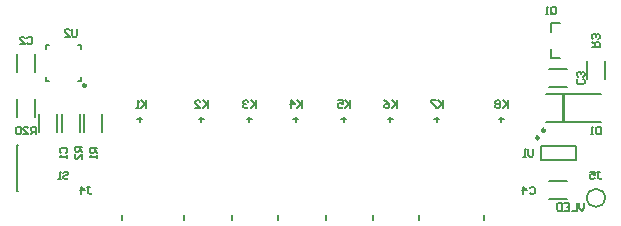
<source format=gbo>
G04*
G04 #@! TF.GenerationSoftware,Altium Limited,Altium Designer,24.2.2 (26)*
G04*
G04 Layer_Color=5220458*
%FSLAX25Y25*%
%MOIN*%
G70*
G04*
G04 #@! TF.SameCoordinates,2439F8CB-51F8-4C0C-9BB0-1E6E72BC7716*
G04*
G04*
G04 #@! TF.FilePolarity,Positive*
G04*
G01*
G75*
%ADD10C,0.00800*%
%ADD18C,0.00500*%
%ADD19C,0.01000*%
%ADD57C,0.00700*%
%ADD58C,0.00945*%
%ADD59C,0.00591*%
%ADD60C,0.00600*%
G36*
X84776Y6961D02*
X83594D01*
Y-2094D01*
X84776D01*
Y6961D01*
D02*
G37*
D10*
X76791Y-14862D02*
Y-10138D01*
Y-14862D02*
X88209D01*
Y-10138D01*
X76791D02*
X88209D01*
X-98150Y-9921D02*
X-97500D01*
X-98150Y-20453D02*
Y-14547D01*
Y-9921D01*
Y-25079D02*
Y-20453D01*
Y-25079D02*
X-97500D01*
X-98150Y-25047D02*
Y-9947D01*
X96666Y-3750D02*
Y-6250D01*
X95416D01*
X95000Y-5833D01*
Y-4167D01*
X95416Y-3750D01*
X96666D01*
X94167Y-6250D02*
X93334D01*
X93750D01*
Y-3750D01*
X94167Y-4167D01*
X95416Y-18750D02*
X96250D01*
X95833D01*
Y-20833D01*
X96250Y-21250D01*
X96666D01*
X97083Y-20833D01*
X92917Y-18750D02*
X94583D01*
Y-20000D01*
X93750Y-19583D01*
X93334D01*
X92917Y-20000D01*
Y-20833D01*
X93334Y-21250D01*
X94167D01*
X94583Y-20833D01*
X91082Y-29250D02*
Y-30917D01*
X90249Y-31750D01*
X89416Y-30917D01*
Y-29250D01*
X88583D02*
Y-31750D01*
X86917D01*
X84417Y-29250D02*
X86084D01*
Y-31750D01*
X84417D01*
X86084Y-30500D02*
X85250D01*
X83584Y-29250D02*
Y-31750D01*
X82335D01*
X81918Y-31333D01*
Y-29667D01*
X82335Y-29250D01*
X83584D01*
X74166Y-11250D02*
Y-13333D01*
X73750Y-13750D01*
X72917D01*
X72500Y-13333D01*
Y-11250D01*
X71667Y-13750D02*
X70834D01*
X71250D01*
Y-11250D01*
X71667Y-11667D01*
X80000Y34167D02*
Y35833D01*
X80417Y36250D01*
X81250D01*
X81666Y35833D01*
Y34167D01*
X81250Y33750D01*
X80417D01*
X80833Y34584D02*
X80000Y33750D01*
X80417D02*
X80000Y34167D01*
X79167Y33750D02*
X78334D01*
X78750D01*
Y36250D01*
X79167Y35833D01*
X-74584Y-23750D02*
X-73750D01*
X-74167D01*
Y-25833D01*
X-73750Y-26250D01*
X-73334D01*
X-72917Y-25833D01*
X-76666Y-26250D02*
Y-23750D01*
X-75416Y-25000D01*
X-77083D01*
X44100Y4999D02*
Y2500D01*
Y3333D01*
X42434Y4999D01*
X43683Y3750D01*
X42434Y2500D01*
X41601Y4999D02*
X39935D01*
Y4583D01*
X41601Y2916D01*
Y2500D01*
X28600Y4999D02*
Y2500D01*
Y3333D01*
X26934Y4999D01*
X28183Y3750D01*
X26934Y2500D01*
X24435Y4999D02*
X25268Y4583D01*
X26101Y3750D01*
Y2916D01*
X25684Y2500D01*
X24851D01*
X24435Y2916D01*
Y3333D01*
X24851Y3750D01*
X26101D01*
X13100Y4999D02*
Y2500D01*
Y3333D01*
X11434Y4999D01*
X12684Y3750D01*
X11434Y2500D01*
X8935Y4999D02*
X10601D01*
Y3750D01*
X9768Y4166D01*
X9351D01*
X8935Y3750D01*
Y2916D01*
X9351Y2500D01*
X10184D01*
X10601Y2916D01*
X-2900Y4999D02*
Y2500D01*
Y3333D01*
X-4566Y4999D01*
X-3317Y3750D01*
X-4566Y2500D01*
X-6649D02*
Y4999D01*
X-5399Y3750D01*
X-7065D01*
X-18400Y4999D02*
Y2500D01*
Y3333D01*
X-20066Y4999D01*
X-18816Y3750D01*
X-20066Y2500D01*
X-20899Y4583D02*
X-21316Y4999D01*
X-22149D01*
X-22565Y4583D01*
Y4166D01*
X-22149Y3750D01*
X-21732D01*
X-22149D01*
X-22565Y3333D01*
Y2916D01*
X-22149Y2500D01*
X-21316D01*
X-20899Y2916D01*
X-34400Y4999D02*
Y2500D01*
Y3333D01*
X-36066Y4999D01*
X-34817Y3750D01*
X-36066Y2500D01*
X-38565D02*
X-36899D01*
X-38565Y4166D01*
Y4583D01*
X-38149Y4999D01*
X-37316D01*
X-36899Y4583D01*
X-54900Y4999D02*
Y2500D01*
Y3333D01*
X-56566Y4999D01*
X-55317Y3750D01*
X-56566Y2500D01*
X-57399D02*
X-58232D01*
X-57816D01*
Y4999D01*
X-57399Y4583D01*
X65600Y4999D02*
Y2500D01*
Y3333D01*
X63934Y4999D01*
X65184Y3750D01*
X63934Y2500D01*
X63101Y4583D02*
X62684Y4999D01*
X61851D01*
X61435Y4583D01*
Y4166D01*
X61851Y3750D01*
X61435Y3333D01*
Y2916D01*
X61851Y2500D01*
X62684D01*
X63101Y2916D01*
Y3333D01*
X62684Y3750D01*
X63101Y4166D01*
Y4583D01*
X62684Y3750D02*
X61851D01*
X-77917Y28750D02*
Y26667D01*
X-78334Y26250D01*
X-79167D01*
X-79584Y26667D01*
Y28750D01*
X-82083Y26250D02*
X-80417D01*
X-82083Y27916D01*
Y28333D01*
X-81666Y28750D01*
X-80833D01*
X-80417Y28333D01*
X-82500Y-19167D02*
X-82083Y-18750D01*
X-81250D01*
X-80834Y-19167D01*
Y-19583D01*
X-81250Y-20000D01*
X-82083D01*
X-82500Y-20416D01*
Y-20833D01*
X-82083Y-21250D01*
X-81250D01*
X-80834Y-20833D01*
X-83333Y-21250D02*
X-84166D01*
X-83750D01*
Y-18750D01*
X-83333Y-19167D01*
X-91668Y-6250D02*
Y-3750D01*
X-92917D01*
X-93334Y-4167D01*
Y-5000D01*
X-92917Y-5416D01*
X-91668D01*
X-92501D02*
X-93334Y-6250D01*
X-95833D02*
X-94167D01*
X-95833Y-4583D01*
Y-4167D01*
X-95416Y-3750D01*
X-94583D01*
X-94167Y-4167D01*
X-96666D02*
X-97083Y-3750D01*
X-97916D01*
X-98332Y-4167D01*
Y-5833D01*
X-97916Y-6250D01*
X-97083D01*
X-96666Y-5833D01*
Y-4167D01*
X93750Y22917D02*
X96250D01*
Y24167D01*
X95833Y24584D01*
X95000D01*
X94583Y24167D01*
Y22917D01*
Y23750D02*
X93750Y24584D01*
X95833Y25416D02*
X96250Y25833D01*
Y26666D01*
X95833Y27083D01*
X95416D01*
X95000Y26666D01*
Y26250D01*
Y26666D01*
X94583Y27083D01*
X94167D01*
X93750Y26666D01*
Y25833D01*
X94167Y25416D01*
X-76250Y-10417D02*
X-78750D01*
Y-11667D01*
X-78333Y-12083D01*
X-77500D01*
X-77083Y-11667D01*
Y-10417D01*
Y-11250D02*
X-76250Y-12083D01*
Y-14583D02*
Y-12916D01*
X-77917Y-14583D01*
X-78333D01*
X-78750Y-14166D01*
Y-13333D01*
X-78333Y-12916D01*
X-71250Y-10834D02*
X-73750D01*
Y-12083D01*
X-73333Y-12500D01*
X-72500D01*
X-72083Y-12083D01*
Y-10834D01*
Y-11667D02*
X-71250Y-12500D01*
Y-13333D02*
Y-14166D01*
Y-13750D01*
X-73750D01*
X-73333Y-13333D01*
X72917Y-24167D02*
X73333Y-23750D01*
X74166D01*
X74583Y-24167D01*
Y-25833D01*
X74166Y-26250D01*
X73333D01*
X72917Y-25833D01*
X70834Y-26250D02*
Y-23750D01*
X72083Y-25000D01*
X70417D01*
X90833Y12083D02*
X91250Y11667D01*
Y10834D01*
X90833Y10417D01*
X89167D01*
X88750Y10834D01*
Y11667D01*
X89167Y12083D01*
X90833Y12916D02*
X91250Y13333D01*
Y14166D01*
X90833Y14583D01*
X90417D01*
X90000Y14166D01*
Y13750D01*
Y14166D01*
X89583Y14583D01*
X89167D01*
X88750Y14166D01*
Y13333D01*
X89167Y12916D01*
X-94583Y25833D02*
X-94167Y26250D01*
X-93334D01*
X-92917Y25833D01*
Y24167D01*
X-93334Y23750D01*
X-94167D01*
X-94583Y24167D01*
X-97083Y23750D02*
X-95416D01*
X-97083Y25416D01*
Y25833D01*
X-96666Y26250D01*
X-95833D01*
X-95416Y25833D01*
X-83333Y-12500D02*
X-83750Y-12083D01*
Y-11250D01*
X-83333Y-10834D01*
X-81667D01*
X-81250Y-11250D01*
Y-12083D01*
X-81667Y-12500D01*
X-81250Y-13333D02*
Y-14166D01*
Y-13750D01*
X-83750D01*
X-83333Y-13333D01*
D18*
X57547Y-34823D02*
Y-33248D01*
X63453Y-2146D02*
Y-571D01*
X62665Y-1358D02*
X64240D01*
X36047Y-34823D02*
Y-33248D01*
X41953Y-2146D02*
Y-571D01*
X41165Y-1358D02*
X42740D01*
X79941Y30709D02*
X83091D01*
X79941Y19291D02*
X83091D01*
X79941D02*
Y22047D01*
Y27953D02*
Y30709D01*
X-77776Y11594D02*
X-76595D01*
Y12776D01*
Y22224D02*
Y23405D01*
X-77776D02*
X-76595D01*
X-88406D02*
X-87224D01*
X-88406Y22224D02*
Y23405D01*
Y11594D02*
Y12776D01*
Y11594D02*
X-87224D01*
X-62953Y-34823D02*
Y-33248D01*
X-57047Y-2146D02*
Y-571D01*
X-57835Y-1358D02*
X-56260D01*
X25665D02*
X27240D01*
X26453Y-2146D02*
Y-571D01*
X20547Y-34823D02*
Y-33248D01*
X10165Y-1358D02*
X11740D01*
X10953Y-2146D02*
Y-571D01*
X5047Y-34823D02*
Y-33248D01*
X-5835Y-1358D02*
X-4260D01*
X-5047Y-2146D02*
Y-571D01*
X-10953Y-34823D02*
Y-33248D01*
X-21335Y-1358D02*
X-19760D01*
X-20547Y-2146D02*
Y-571D01*
X-26453Y-34823D02*
Y-33248D01*
X-37335Y-1358D02*
X-35760D01*
X-36547Y-2146D02*
Y-571D01*
X-42453Y-34823D02*
Y-33248D01*
D19*
X78000Y-5000D02*
G03*
X78000Y-5000I-500J0D01*
G01*
X76000Y-7500D02*
G03*
X76000Y-7500I-500J0D01*
G01*
D57*
X98000Y-27500D02*
G03*
X98000Y-27500I-3000J0D01*
G01*
D58*
X-75028Y10000D02*
G03*
X-75028Y10000I-472J0D01*
G01*
D59*
X78476Y7158D02*
X96587D01*
X78476Y-2291D02*
X96587D01*
D60*
X92000Y12000D02*
Y18000D01*
X98000Y12000D02*
Y18000D01*
X79500Y15500D02*
X85500D01*
X79500Y9500D02*
X85500D01*
X79500Y-22000D02*
X85500D01*
X79500Y-28000D02*
X85500D01*
X-69500Y-5500D02*
Y500D01*
X-75500Y-5500D02*
Y500D01*
X-83000Y-5500D02*
Y500D01*
X-77000Y-5500D02*
Y500D01*
X-98000Y14500D02*
Y20500D01*
X-92000Y14500D02*
Y20500D01*
Y-500D02*
Y5500D01*
X-98000Y-500D02*
Y5500D01*
X-84500Y-5500D02*
Y500D01*
X-90500Y-5500D02*
Y500D01*
M02*

</source>
